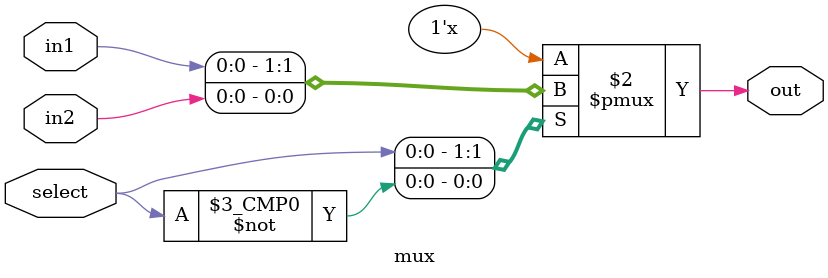
<source format=v>
module mux(in1,in2,select,out);
input in1,in2,select;
output reg out;
always @(select or in1 or in2) begin
case (select)
1: out = in1;
0: out = in2;
endcase 
end

endmodule

</source>
